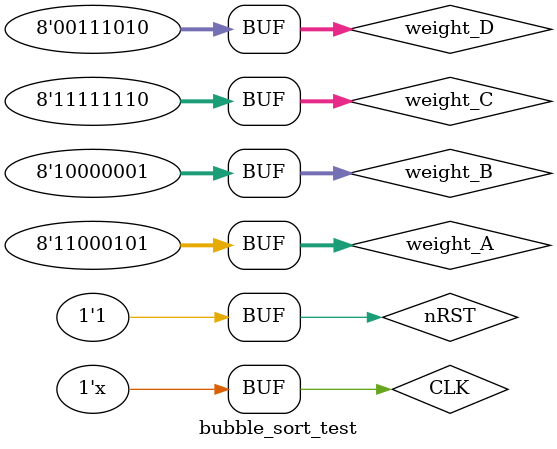
<source format=v>
`timescale 1ns / 1ps


module bubble_sort_test;

	// Inputs
	reg CLK;
	reg nRST;
	reg [7:0] weight_A;
	reg [7:0] weight_B;
	reg [7:0] weight_C;
	reg [7:0] weight_D;

	// Outputs
	wire [31:0] SORT_RESULT;

	// Instantiate the Unit Under Test (UUT)
	bubble_sort uut (
		.CLK(CLK), 
		.nRST(nRST), 
		.weight_A(weight_A), 
		.weight_B(weight_B), 
		.weight_C(weight_C), 
		.weight_D(weight_D), 
		.SORT_RESULT(SORT_RESULT)
	);

	initial begin
		// Initialize Inputs
		CLK = 0;
		nRST = 0;
		weight_A = 8'b1100_0101;
		weight_B = 8'b1000_0001;
		weight_C = 8'b1111_1110;
		weight_D = 8'b0011_1010;

		// Wait 100 ns for global reset to finish
		#100;
        nRST = 1;
		// Add stimulus here

	end
	parameter DELAY = 1;
	always
		#DELAY CLK = ~CLK; 
      
endmodule


</source>
